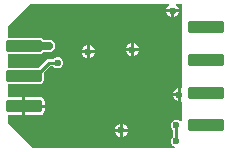
<source format=gbl>
G04*
G04 #@! TF.GenerationSoftware,Altium Limited,Altium Designer,24.4.1 (13)*
G04*
G04 Layer_Physical_Order=2*
G04 Layer_Color=16711680*
%FSLAX25Y25*%
%MOIN*%
G70*
G04*
G04 #@! TF.SameCoordinates,E6202B21-D7BA-4EC8-B1B0-AB42A6229C69*
G04*
G04*
G04 #@! TF.FilePolarity,Positive*
G04*
G01*
G75*
%ADD12C,0.01000*%
G04:AMPARAMS|DCode=16|XSize=39.37mil|YSize=118.11mil|CornerRadius=4.92mil|HoleSize=0mil|Usage=FLASHONLY|Rotation=90.000|XOffset=0mil|YOffset=0mil|HoleType=Round|Shape=RoundedRectangle|*
%AMROUNDEDRECTD16*
21,1,0.03937,0.10827,0,0,90.0*
21,1,0.02953,0.11811,0,0,90.0*
1,1,0.00984,0.05413,0.01476*
1,1,0.00984,0.05413,-0.01476*
1,1,0.00984,-0.05413,-0.01476*
1,1,0.00984,-0.05413,0.01476*
%
%ADD16ROUNDEDRECTD16*%
%ADD26C,0.02756*%
%ADD27C,0.02362*%
G36*
X90551Y26263D02*
X90165Y26005D01*
Y23819D01*
Y21633D01*
X90551Y21375D01*
Y15092D01*
X90051Y14885D01*
X89752Y15185D01*
X89057Y15472D01*
X88305D01*
X87611Y15185D01*
X87079Y14653D01*
X86791Y13959D01*
Y13207D01*
X87079Y12512D01*
X87449Y12143D01*
Y9708D01*
X87079Y9338D01*
X86791Y8644D01*
Y7892D01*
X87079Y7197D01*
X87611Y6666D01*
X88305Y6378D01*
X88239Y5906D01*
X40758D01*
X32480Y14184D01*
Y17022D01*
X37295D01*
Y20020D01*
Y23017D01*
X32480D01*
Y27319D01*
X43209D01*
X43677Y27412D01*
X44074Y27678D01*
X44340Y28075D01*
X44433Y28543D01*
Y30978D01*
X46672Y33217D01*
X47674D01*
X48044Y32847D01*
X48738Y32559D01*
X49490D01*
X50185Y32847D01*
X50716Y33378D01*
X51004Y34073D01*
Y34825D01*
X50716Y35519D01*
X50185Y36051D01*
X49490Y36339D01*
X48738D01*
X48044Y36051D01*
X47674Y35681D01*
X46161D01*
X46161Y35681D01*
X45690Y35587D01*
X45290Y35320D01*
X45290Y35320D01*
X42690Y32720D01*
X32480D01*
Y37319D01*
X43209D01*
X43677Y37412D01*
X44074Y37678D01*
X44244Y37932D01*
X46161D01*
X46976Y38094D01*
X47666Y38555D01*
X48127Y39245D01*
X48289Y40059D01*
X48127Y40873D01*
X47666Y41563D01*
X46976Y42025D01*
X46161Y42186D01*
X44192D01*
X44074Y42362D01*
X43677Y42627D01*
X43209Y42720D01*
X32480D01*
Y46840D01*
X39774Y54134D01*
X86098D01*
X86198Y53634D01*
X86166Y53621D01*
X85553Y53007D01*
X85248Y52272D01*
X89555D01*
X89251Y53007D01*
X88637Y53621D01*
X88605Y53634D01*
X88705Y54134D01*
X90551D01*
Y26263D01*
D02*
G37*
%LPC*%
G36*
X89555Y51272D02*
X87902D01*
Y49618D01*
X88637Y49923D01*
X89251Y50536D01*
X89555Y51272D01*
D02*
G37*
G36*
X86902D02*
X85248D01*
X85553Y50536D01*
X86166Y49923D01*
X86902Y49618D01*
Y51272D01*
D02*
G37*
G36*
X74417Y40933D02*
Y39279D01*
X76071D01*
X75766Y40015D01*
X75153Y40629D01*
X74417Y40933D01*
D02*
G37*
G36*
X73417D02*
X72682Y40629D01*
X72068Y40015D01*
X71764Y39279D01*
X73417D01*
Y40933D01*
D02*
G37*
G36*
X59752Y40244D02*
Y38591D01*
X61406D01*
X61101Y39326D01*
X60488Y39940D01*
X59752Y40244D01*
D02*
G37*
G36*
X58752D02*
X58017Y39940D01*
X57403Y39326D01*
X57098Y38591D01*
X58752D01*
Y40244D01*
D02*
G37*
G36*
X76071Y38280D02*
X74417D01*
Y36626D01*
X75153Y36931D01*
X75766Y37544D01*
X76071Y38280D01*
D02*
G37*
G36*
X73417D02*
X71764D01*
X72068Y37544D01*
X72682Y36931D01*
X73417Y36626D01*
Y38280D01*
D02*
G37*
G36*
X61406Y37591D02*
X59752D01*
Y35937D01*
X60488Y36241D01*
X61101Y36855D01*
X61406Y37591D01*
D02*
G37*
G36*
X58752D02*
X57098D01*
X57403Y36855D01*
X58017Y36241D01*
X58752Y35937D01*
Y37591D01*
D02*
G37*
G36*
X89165Y25973D02*
X88430Y25668D01*
X87816Y25054D01*
X87512Y24319D01*
X89165D01*
Y25973D01*
D02*
G37*
G36*
Y23319D02*
X87512D01*
X87816Y22583D01*
X88430Y21970D01*
X89165Y21665D01*
Y23319D01*
D02*
G37*
G36*
X43209Y23017D02*
X38295D01*
Y20520D01*
X44730D01*
Y21496D01*
X44614Y22078D01*
X44284Y22572D01*
X43791Y22902D01*
X43209Y23017D01*
D02*
G37*
G36*
X44730Y19520D02*
X38295D01*
Y17022D01*
X43209D01*
X43791Y17138D01*
X44284Y17468D01*
X44614Y17961D01*
X44730Y18543D01*
Y19520D01*
D02*
G37*
G36*
X70776Y14162D02*
Y12508D01*
X72429D01*
X72125Y13243D01*
X71511Y13857D01*
X70776Y14162D01*
D02*
G37*
G36*
X69776D02*
X69040Y13857D01*
X68427Y13243D01*
X68122Y12508D01*
X69776D01*
Y14162D01*
D02*
G37*
G36*
X72429Y11508D02*
X70776D01*
Y9854D01*
X71511Y10159D01*
X72125Y10772D01*
X72429Y11508D01*
D02*
G37*
G36*
X69776D02*
X68122D01*
X68427Y10772D01*
X69040Y10159D01*
X69776Y9854D01*
Y11508D01*
D02*
G37*
%LPD*%
D12*
X88681Y8268D02*
Y13583D01*
X41732Y30020D02*
X46161Y34449D01*
X49114D01*
X38287Y30020D02*
X41732D01*
X37795D02*
X38287D01*
X37795D02*
X38287Y29528D01*
D16*
X98425Y13622D02*
D03*
Y24528D02*
D03*
Y35433D02*
D03*
Y46339D02*
D03*
X37795Y20020D02*
D03*
Y30020D02*
D03*
Y40020D02*
D03*
D26*
X38681Y40059D02*
X46161D01*
X37835D02*
X38681D01*
X37795Y40020D02*
X37835Y40059D01*
X38484Y39862D02*
X38681Y40059D01*
X38327Y40020D02*
X38484Y39862D01*
X37795Y40020D02*
X38327D01*
D27*
X88681Y8268D02*
D03*
Y13583D02*
D03*
X49114Y34449D02*
D03*
X89665Y23819D02*
D03*
X70276Y12008D02*
D03*
X59252Y38091D02*
D03*
X73917Y38780D02*
D03*
X46161Y40059D02*
D03*
X87402Y51772D02*
D03*
M02*

</source>
